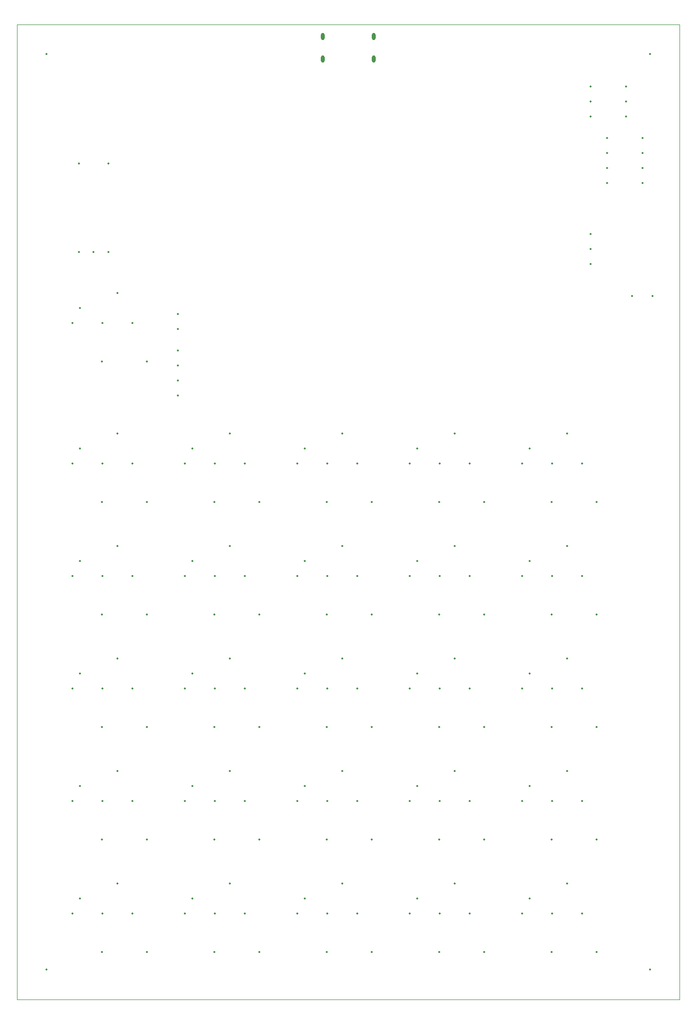
<source format=gbr>
%TF.GenerationSoftware,KiCad,Pcbnew,9.0.7*%
%TF.CreationDate,2026-03-01T07:38:40-05:00*%
%TF.ProjectId,Macropad,4d616372-6f70-4616-942e-6b696361645f,rev?*%
%TF.SameCoordinates,Original*%
%TF.FileFunction,Profile,NP*%
%FSLAX46Y46*%
G04 Gerber Fmt 4.6, Leading zero omitted, Abs format (unit mm)*
G04 Created by KiCad (PCBNEW 9.0.7) date 2026-03-01 07:38:40*
%MOMM*%
%LPD*%
G01*
G04 APERTURE LIST*
%TA.AperFunction,Profile*%
%ADD10C,0.100000*%
%TD*%
%ADD11C,0.350000*%
%ADD12O,0.600000X1.200000*%
G04 APERTURE END LIST*
D10*
X-5000000Y41000000D02*
X107250000Y41000000D01*
X107250000Y-124063000D01*
X-5000000Y-124063000D01*
X-5000000Y41000000D01*
D11*
X92250000Y25460000D03*
X92250000Y28000000D03*
X92250000Y30540000D03*
X80645000Y-109538000D03*
X85725000Y-109538000D03*
X90805000Y-109538000D03*
X81915000Y-106998000D03*
X88265000Y-104458000D03*
X42545000Y-71438000D03*
X47625000Y-71438000D03*
X52705000Y-71438000D03*
X43815000Y-68898000D03*
X50165000Y-66358000D03*
X99250000Y-5000000D03*
X102750000Y-5000000D03*
X102250000Y-119000000D03*
X61595000Y-52388000D03*
X66675000Y-52388000D03*
X71755000Y-52388000D03*
X62865000Y-49848000D03*
X69215000Y-47308000D03*
X23495000Y-109538000D03*
X28575000Y-109538000D03*
X33655000Y-109538000D03*
X24765000Y-106998000D03*
X31115000Y-104458000D03*
X80645000Y-90487000D03*
X85725000Y-90487000D03*
X90805000Y-90487000D03*
X81915000Y-87947000D03*
X88265000Y-85407000D03*
X101000000Y14190000D03*
X101000000Y16730000D03*
X101000000Y19270000D03*
X101000000Y21810000D03*
X80645000Y-71438000D03*
X85725000Y-71438000D03*
X90805000Y-71438000D03*
X81915000Y-68898000D03*
X88265000Y-66358000D03*
X92250000Y460000D03*
X92250000Y3000000D03*
X92250000Y5540000D03*
X102250000Y36000000D03*
X80645000Y-52388000D03*
X85725000Y-52388000D03*
X90805000Y-52388000D03*
X81915000Y-49848000D03*
X88265000Y-47308000D03*
X22250000Y-8000000D03*
X22250000Y-10540000D03*
X61595000Y-33337000D03*
X66675000Y-33337000D03*
X71755000Y-33337000D03*
X62865000Y-30797000D03*
X69215000Y-28257000D03*
X42545000Y-109538000D03*
X47625000Y-109538000D03*
X52705000Y-109538000D03*
X43815000Y-106998000D03*
X50165000Y-104458000D03*
X42545000Y-90487000D03*
X47625000Y-90487000D03*
X52705000Y-90487000D03*
X43815000Y-87947000D03*
X50165000Y-85407000D03*
X61595000Y-109538000D03*
X66675000Y-109538000D03*
X71755000Y-109538000D03*
X62865000Y-106998000D03*
X69215000Y-104458000D03*
X4445000Y-52388000D03*
X9525000Y-52388000D03*
X14605000Y-52388000D03*
X5715000Y-49848000D03*
X12065000Y-47308000D03*
X0Y-119000000D03*
X4445000Y-109538000D03*
X9525000Y-109538000D03*
X14605000Y-109538000D03*
X5715000Y-106998000D03*
X12065000Y-104458000D03*
X4445000Y-9525000D03*
X9525000Y-9525000D03*
X14605000Y-9525000D03*
X5715000Y-6985000D03*
X12065000Y-4445000D03*
X0Y36000000D03*
X61595000Y-71438000D03*
X66675000Y-71438000D03*
X71755000Y-71438000D03*
X62865000Y-68898000D03*
X69215000Y-66358000D03*
D12*
X46805000Y39000000D03*
X46805000Y35200000D03*
X55445000Y39000000D03*
X55445000Y35200000D03*
D11*
X95000000Y14190000D03*
X95000000Y16730000D03*
X95000000Y19270000D03*
X95000000Y21810000D03*
X23495000Y-33337000D03*
X28575000Y-33337000D03*
X33655000Y-33337000D03*
X24765000Y-30797000D03*
X31115000Y-28257000D03*
X4445000Y-90487000D03*
X9525000Y-90487000D03*
X14605000Y-90487000D03*
X5715000Y-87947000D03*
X12065000Y-85407000D03*
X98250000Y25460000D03*
X98250000Y28000000D03*
X98250000Y30540000D03*
X23495000Y-90487000D03*
X28575000Y-90487000D03*
X33655000Y-90487000D03*
X24765000Y-87947000D03*
X31115000Y-85407000D03*
X42545000Y-52388000D03*
X47625000Y-52388000D03*
X52705000Y-52388000D03*
X43815000Y-49848000D03*
X50165000Y-47308000D03*
X23495000Y-52388000D03*
X28575000Y-52388000D03*
X33655000Y-52388000D03*
X24765000Y-49848000D03*
X31115000Y-47308000D03*
X23495000Y-71438000D03*
X28575000Y-71438000D03*
X33655000Y-71438000D03*
X24765000Y-68898000D03*
X31115000Y-66358000D03*
X80645000Y-33337000D03*
X85725000Y-33337000D03*
X90805000Y-33337000D03*
X81915000Y-30797000D03*
X88265000Y-28257000D03*
X22250000Y-21810000D03*
X22250000Y-19270000D03*
X22250000Y-16730000D03*
X22250000Y-14190000D03*
X42545000Y-33337000D03*
X47625000Y-33337000D03*
X52705000Y-33337000D03*
X43815000Y-30797000D03*
X50165000Y-28257000D03*
X4445000Y-71438000D03*
X9525000Y-71438000D03*
X14605000Y-71438000D03*
X5715000Y-68898000D03*
X12065000Y-66358000D03*
X5500000Y2500000D03*
X10500000Y2500000D03*
X8000000Y2500000D03*
X5500000Y17500000D03*
X10500000Y17500000D03*
X61595000Y-90487000D03*
X66675000Y-90487000D03*
X71755000Y-90487000D03*
X62865000Y-87947000D03*
X69215000Y-85407000D03*
X4445000Y-33337000D03*
X9525000Y-33337000D03*
X14605000Y-33337000D03*
X5715000Y-30797000D03*
X12065000Y-28257000D03*
X36075000Y-77938000D03*
X28455000Y-77938000D03*
X55125000Y-77938000D03*
X47505000Y-77938000D03*
X93225000Y-77938000D03*
X85605000Y-77938000D03*
X55125000Y-58888000D03*
X47505000Y-58888000D03*
X17025000Y-16025000D03*
X9405000Y-16025000D03*
X74175000Y-58888000D03*
X66555000Y-58888000D03*
X74175000Y-39837000D03*
X66555000Y-39837000D03*
X55125000Y-39837000D03*
X47505000Y-39837000D03*
X93225000Y-39837000D03*
X85605000Y-39837000D03*
X17025000Y-39837000D03*
X9405000Y-39837000D03*
X36075000Y-116038000D03*
X28455000Y-116038000D03*
X36075000Y-39837000D03*
X28455000Y-39837000D03*
X55125000Y-96987000D03*
X47505000Y-96987000D03*
X55125000Y-116038000D03*
X47505000Y-116038000D03*
X74175000Y-77938000D03*
X66555000Y-77938000D03*
X74175000Y-116038000D03*
X66555000Y-116038000D03*
X36075000Y-96987000D03*
X28455000Y-96987000D03*
X17025000Y-77938000D03*
X9405000Y-77938000D03*
X36075000Y-58888000D03*
X28455000Y-58888000D03*
X93225000Y-96987000D03*
X85605000Y-96987000D03*
X93225000Y-116038000D03*
X85605000Y-116038000D03*
X93225000Y-58888000D03*
X85605000Y-58888000D03*
X17025000Y-58888000D03*
X9405000Y-58888000D03*
X17025000Y-116038000D03*
X9405000Y-116038000D03*
X17025000Y-96987000D03*
X9405000Y-96987000D03*
X74175000Y-96987000D03*
X66555000Y-96987000D03*
M02*

</source>
